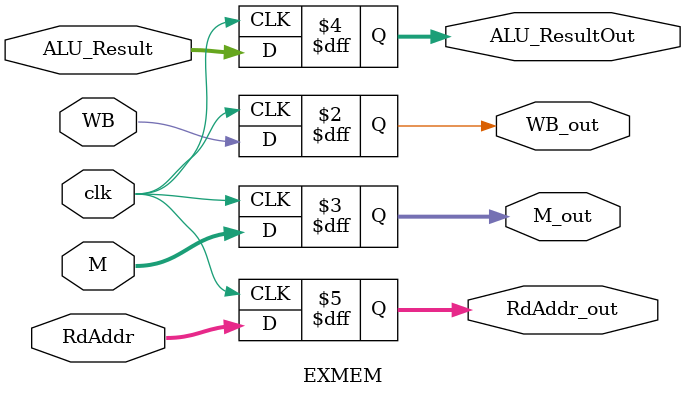
<source format=v>
module EXMEM(clk, WB, M, ALU_Result, RdAddr, WB_out, M_out, ALU_ResultOut, RdAddr_out);
	input clk;
	input WB;
	input[1:0] M;
	input[31:0] ALU_Result;
	input[4:0] RdAddr;
	output reg WB_out;
	output reg[1:0] M_out;
	output reg[31:0] ALU_ResultOut;
	output reg[4:0] RdAddr_out;
	always@(posedge clk)begin
		WB_out = WB;
		M_out = M;
		ALU_ResultOut = ALU_Result;
		RdAddr_out = RdAddr;
	end
endmodule

</source>
